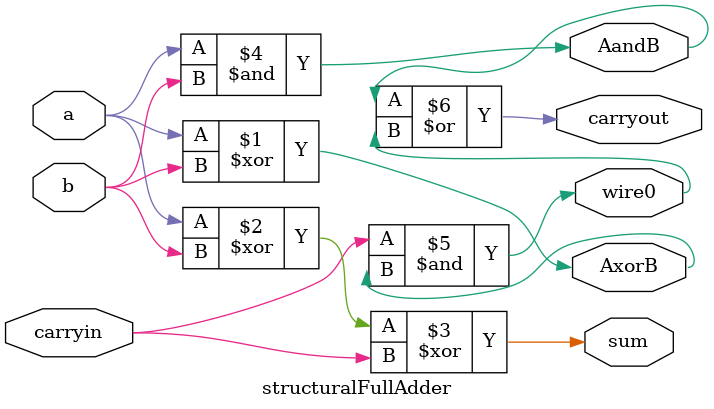
<source format=v>

module behavioralFullAdder
(
    output sum, 
    output carryout,
    input a, 
    input b, 
    input carryin
);
    // Uses concatenation operator and built-in '+'
    assign {carryout, sum}=a+b+carryin;
endmodule

module structuralFullAdder
(
    output sum, 
    output carryout,
    output AandB, AxorB, wire0,
    input a, 
    input b, 
    input carryin
);
    // define gates with delays
    `define AND and #50
    `define OR or #50
    `define XOR xor #50

    wire AandB, AxorB, wire0;
    `XOR xorgateA(AxorB,a,b);

    `XOR xorgateB(sum,a,b,carryin);

    `AND andgate(AandB,a,b);
    `AND andgate(wire0,carryin,AxorB);

    `OR orgate(carryout, AandB, wire0);
  
endmodule

</source>
